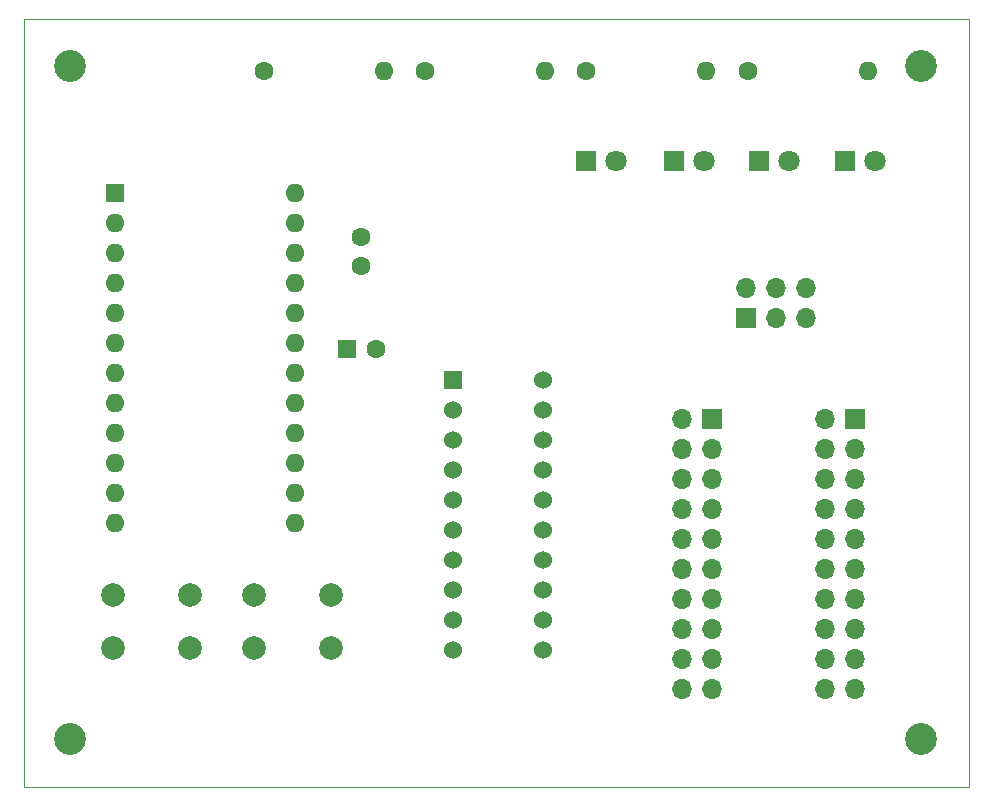
<source format=gts>
%TF.GenerationSoftware,KiCad,Pcbnew,7.0.1-0*%
%TF.CreationDate,2023-03-27T18:44:24+09:00*%
%TF.ProjectId,ProgrammingShield V1.0,50726f67-7261-46d6-9d69-6e6753686965,rev?*%
%TF.SameCoordinates,Original*%
%TF.FileFunction,Soldermask,Top*%
%TF.FilePolarity,Negative*%
%FSLAX46Y46*%
G04 Gerber Fmt 4.6, Leading zero omitted, Abs format (unit mm)*
G04 Created by KiCad (PCBNEW 7.0.1-0) date 2023-03-27 18:44:24*
%MOMM*%
%LPD*%
G01*
G04 APERTURE LIST*
%ADD10C,2.000000*%
%ADD11R,1.700000X1.700000*%
%ADD12O,1.700000X1.700000*%
%ADD13R,1.800000X1.800000*%
%ADD14C,1.800000*%
%ADD15C,1.600000*%
%ADD16O,1.600000X1.600000*%
%ADD17R,1.600000X1.600000*%
%ADD18C,2.700000*%
%ADD19C,1.524000*%
%ADD20R,1.524000X1.524000*%
%TA.AperFunction,Profile*%
%ADD21C,0.100000*%
%TD*%
G04 APERTURE END LIST*
D10*
%TO.C,SW2*%
X129550000Y-118350000D03*
X136050000Y-118350000D03*
X129550000Y-113850000D03*
X136050000Y-113850000D03*
%TD*%
%TO.C,SW1*%
X124150000Y-113850000D03*
X117650000Y-113850000D03*
X124150000Y-118350000D03*
X117650000Y-118350000D03*
%TD*%
D11*
%TO.C,J1*%
X168300000Y-98900000D03*
D12*
X165760000Y-98900000D03*
X168300000Y-101440000D03*
X165760000Y-101440000D03*
X168300000Y-103980000D03*
X165760000Y-103980000D03*
X168300000Y-106520000D03*
X165760000Y-106520000D03*
X168300000Y-109060000D03*
X165760000Y-109060000D03*
X168300000Y-111600000D03*
X165760000Y-111600000D03*
X168300000Y-114140000D03*
X165760000Y-114140000D03*
X168300000Y-116680000D03*
X165760000Y-116680000D03*
X168300000Y-119220000D03*
X165760000Y-119220000D03*
X168300000Y-121760000D03*
X165760000Y-121760000D03*
%TD*%
D13*
%TO.C,D1*%
X157660000Y-77100000D03*
D14*
X160200000Y-77100000D03*
%TD*%
D15*
%TO.C,C1*%
X138600000Y-86000000D03*
X138600000Y-83500000D03*
%TD*%
%TO.C,R3*%
X157700000Y-69500000D03*
D16*
X167860000Y-69500000D03*
%TD*%
D17*
%TO.C,C2*%
X137400000Y-93000000D03*
D15*
X139900000Y-93000000D03*
%TD*%
D18*
%TO.C,H3*%
X186000000Y-126000000D03*
%TD*%
D13*
%TO.C,D2*%
X165100000Y-77100000D03*
D14*
X167640000Y-77100000D03*
%TD*%
D15*
%TO.C,R1*%
X130400000Y-69500000D03*
D16*
X140560000Y-69500000D03*
%TD*%
D18*
%TO.C,H2*%
X114000000Y-126000000D03*
%TD*%
D13*
%TO.C,D3*%
X172340000Y-77100000D03*
D14*
X174880000Y-77100000D03*
%TD*%
D11*
%TO.C,J2*%
X180400000Y-98900000D03*
D12*
X177860000Y-98900000D03*
X180400000Y-101440000D03*
X177860000Y-101440000D03*
X180400000Y-103980000D03*
X177860000Y-103980000D03*
X180400000Y-106520000D03*
X177860000Y-106520000D03*
X180400000Y-109060000D03*
X177860000Y-109060000D03*
X180400000Y-111600000D03*
X177860000Y-111600000D03*
X180400000Y-114140000D03*
X177860000Y-114140000D03*
X180400000Y-116680000D03*
X177860000Y-116680000D03*
X180400000Y-119220000D03*
X177860000Y-119220000D03*
X180400000Y-121760000D03*
X177860000Y-121760000D03*
%TD*%
D15*
%TO.C,R2*%
X144040000Y-69500000D03*
D16*
X154200000Y-69500000D03*
%TD*%
D19*
%TO.C,U2*%
X154000000Y-95600000D03*
X154000000Y-98140000D03*
X154000000Y-100680000D03*
X154000000Y-103220000D03*
X154000000Y-105760000D03*
X154000000Y-108300000D03*
X154000000Y-110840000D03*
X154000000Y-113380000D03*
X154000000Y-115920000D03*
X154000000Y-118460000D03*
X146380000Y-118460000D03*
X146380000Y-115920000D03*
X146380000Y-113380000D03*
X146380000Y-110840000D03*
X146380000Y-108300000D03*
X146380000Y-105760000D03*
X146380000Y-103220000D03*
X146380000Y-100680000D03*
X146380000Y-98140000D03*
D20*
X146380000Y-95600000D03*
%TD*%
D18*
%TO.C,H4*%
X186000000Y-69000000D03*
%TD*%
D11*
%TO.C,J3*%
X171220000Y-90400000D03*
D12*
X171220000Y-87860000D03*
X173760000Y-90400000D03*
X173760000Y-87860000D03*
X176300000Y-90400000D03*
X176300000Y-87860000D03*
%TD*%
D13*
%TO.C,D4*%
X179600000Y-77100000D03*
D14*
X182140000Y-77100000D03*
%TD*%
D15*
%TO.C,R4*%
X171400000Y-69500000D03*
D16*
X181560000Y-69500000D03*
%TD*%
D17*
%TO.C,U1*%
X117760000Y-79800000D03*
D16*
X117760000Y-82340000D03*
X117760000Y-84880000D03*
X117760000Y-87420000D03*
X117760000Y-89960000D03*
X117760000Y-92500000D03*
X117760000Y-95040000D03*
X117760000Y-97580000D03*
X117760000Y-100120000D03*
X117760000Y-102660000D03*
X117760000Y-105200000D03*
X117760000Y-107740000D03*
X133000000Y-107740000D03*
X133000000Y-105200000D03*
X133000000Y-102660000D03*
X133000000Y-100120000D03*
X133000000Y-97580000D03*
X133000000Y-95040000D03*
X133000000Y-92500000D03*
X133000000Y-89960000D03*
X133000000Y-87420000D03*
X133000000Y-84880000D03*
X133000000Y-82340000D03*
X133000000Y-79800000D03*
%TD*%
D18*
%TO.C,H1*%
X114000000Y-69000000D03*
%TD*%
D21*
X110100000Y-65100000D02*
X190100000Y-65100000D01*
X190100000Y-130100000D01*
X110100000Y-130100000D01*
X110100000Y-65100000D01*
M02*

</source>
